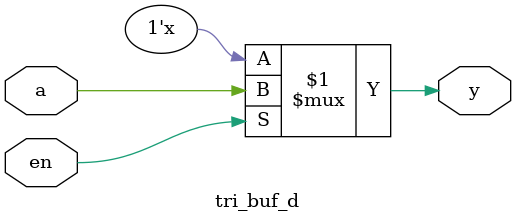
<source format=v>
module tri_buf_d (
  input  wire en,
  input  wire a,
  output wire y
);
  assign y = en ? a : 1'bz;
endmodule


</source>
